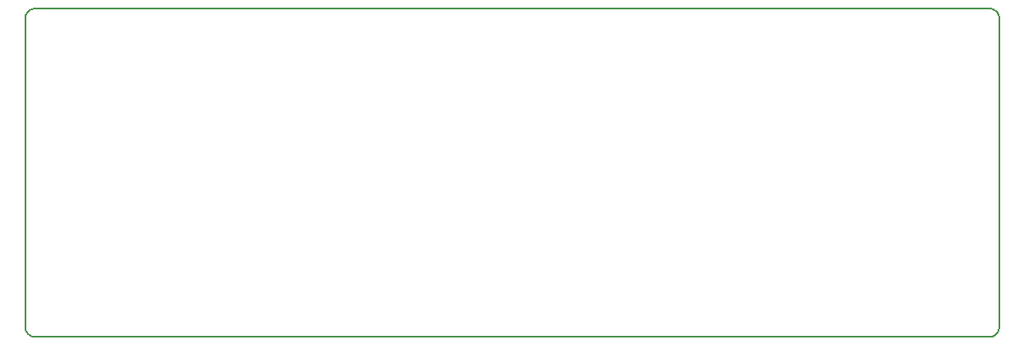
<source format=gm1>
G04 #@! TF.FileFunction,Profile,NP*
%FSLAX46Y46*%
G04 Gerber Fmt 4.6, Leading zero omitted, Abs format (unit mm)*
G04 Created by KiCad (PCBNEW 4.0.4-stable) date Tue Sep 20 22:55:43 2016*
%MOMM*%
%LPD*%
G01*
G04 APERTURE LIST*
%ADD10C,0.100000*%
%ADD11C,0.150000*%
G04 APERTURE END LIST*
D10*
D11*
X257950000Y-89600000D02*
X257950000Y-96900000D01*
X161800000Y-83800000D02*
X256950000Y-83800000D01*
X160800000Y-115600000D02*
X160800000Y-84800000D01*
X256950000Y-116600000D02*
X161800000Y-116600000D01*
X257950000Y-96900000D02*
X257950000Y-115600000D01*
X257950000Y-84800000D02*
X257950000Y-89600000D01*
X161800000Y-83800000D02*
G75*
G03X160800000Y-84800000I0J-1000000D01*
G01*
X160800000Y-115600000D02*
G75*
G03X161800000Y-116600000I1000000J0D01*
G01*
X256950000Y-116600000D02*
G75*
G03X257950000Y-115600000I0J1000000D01*
G01*
X257950000Y-84800000D02*
G75*
G03X256950000Y-83800000I-1000000J0D01*
G01*
M02*

</source>
